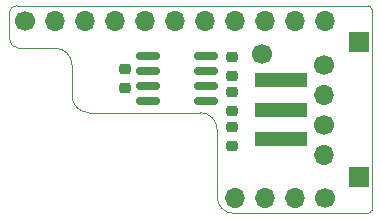
<source format=gts>
G04 #@! TF.GenerationSoftware,KiCad,Pcbnew,6.0.0-d3dd2cf0fa~116~ubuntu20.04.1*
G04 #@! TF.CreationDate,2022-01-19T00:38:57+01:00*
G04 #@! TF.ProjectId,OtterPill-CAN,4f747465-7250-4696-9c6c-2d43414e2e6b,rev?*
G04 #@! TF.SameCoordinates,Original*
G04 #@! TF.FileFunction,Soldermask,Top*
G04 #@! TF.FilePolarity,Negative*
%FSLAX46Y46*%
G04 Gerber Fmt 4.6, Leading zero omitted, Abs format (unit mm)*
G04 Created by KiCad (PCBNEW 6.0.0-d3dd2cf0fa~116~ubuntu20.04.1) date 2022-01-19 00:38:57*
%MOMM*%
%LPD*%
G01*
G04 APERTURE LIST*
G04 Aperture macros list*
%AMRoundRect*
0 Rectangle with rounded corners*
0 $1 Rounding radius*
0 $2 $3 $4 $5 $6 $7 $8 $9 X,Y pos of 4 corners*
0 Add a 4 corners polygon primitive as box body*
4,1,4,$2,$3,$4,$5,$6,$7,$8,$9,$2,$3,0*
0 Add four circle primitives for the rounded corners*
1,1,$1+$1,$2,$3*
1,1,$1+$1,$4,$5*
1,1,$1+$1,$6,$7*
1,1,$1+$1,$8,$9*
0 Add four rect primitives between the rounded corners*
20,1,$1+$1,$2,$3,$4,$5,0*
20,1,$1+$1,$4,$5,$6,$7,0*
20,1,$1+$1,$6,$7,$8,$9,0*
20,1,$1+$1,$8,$9,$2,$3,0*%
G04 Aperture macros list end*
G04 #@! TA.AperFunction,Profile*
%ADD10C,0.050000*%
G04 #@! TD*
%ADD11C,1.700000*%
%ADD12O,1.700000X1.700000*%
%ADD13R,4.500000X1.300000*%
%ADD14R,1.800000X1.800000*%
%ADD15RoundRect,0.218750X0.256250X-0.218750X0.256250X0.218750X-0.256250X0.218750X-0.256250X-0.218750X0*%
%ADD16RoundRect,0.218750X-0.256250X0.218750X-0.256250X-0.218750X0.256250X-0.218750X0.256250X0.218750X0*%
%ADD17RoundRect,0.150000X-0.825000X-0.150000X0.825000X-0.150000X0.825000X0.150000X-0.825000X0.150000X0*%
G04 APERTURE END LIST*
D10*
X62900000Y-37400000D02*
G75*
G03*
X63200000Y-37100000I0J300000D01*
G01*
X63200000Y-20100000D02*
G75*
G03*
X62900000Y-19800000I-300000J0D01*
G01*
X33140000Y-19800000D02*
G75*
G03*
X32530000Y-20410000I0J-610000D01*
G01*
X33320000Y-23405246D02*
X36404426Y-23405246D01*
X32530000Y-22615246D02*
G75*
G03*
X33320000Y-23405246I790000J0D01*
G01*
X37834459Y-24835279D02*
G75*
G03*
X36404426Y-23405246I-1430033J0D01*
G01*
X37834459Y-27430000D02*
X37834459Y-24835279D01*
X50115574Y-35969966D02*
G75*
G03*
X51545608Y-37400000I1430034J0D01*
G01*
X37834459Y-27430000D02*
G75*
G03*
X39264493Y-28860034I1430034J0D01*
G01*
X48685540Y-28860000D02*
X39264493Y-28860034D01*
X50115574Y-30290034D02*
G75*
G03*
X48685540Y-28860000I-1430034J0D01*
G01*
X50115574Y-35969966D02*
X50115574Y-30290034D01*
X32530000Y-20410000D02*
X32530000Y-22615246D01*
X62900000Y-19800000D02*
X33140000Y-19800000D01*
X63200000Y-20100000D02*
X63200000Y-37100000D01*
X51545608Y-37400000D02*
X62900000Y-37400000D01*
X62900000Y-37400000D02*
G75*
G03*
X63200000Y-37100000I0J300000D01*
G01*
X63200000Y-20100000D02*
G75*
G03*
X62900000Y-19800000I-300000J0D01*
G01*
X33140000Y-19800000D02*
G75*
G03*
X32530000Y-20410000I0J-610000D01*
G01*
X33320000Y-23405246D02*
X36404426Y-23405246D01*
X32530000Y-22615246D02*
G75*
G03*
X33320000Y-23405246I790000J0D01*
G01*
X37834459Y-24835279D02*
G75*
G03*
X36404426Y-23405246I-1430033J0D01*
G01*
X37834459Y-27430000D02*
X37834459Y-24835279D01*
X50115574Y-35969966D02*
G75*
G03*
X51545608Y-37400000I1430034J0D01*
G01*
X37834459Y-27430000D02*
G75*
G03*
X39264493Y-28860034I1430034J0D01*
G01*
X48685540Y-28860000D02*
X39264493Y-28860034D01*
X50115574Y-30290034D02*
G75*
G03*
X48685540Y-28860000I-1430034J0D01*
G01*
X50115574Y-35969966D02*
X50115574Y-30290034D01*
X32530000Y-20410000D02*
X32530000Y-22615246D01*
X62900000Y-19800000D02*
X33140000Y-19800000D01*
X63200000Y-20100000D02*
X63200000Y-37100000D01*
X51545608Y-37400000D02*
X62900000Y-37400000D01*
D11*
X53900000Y-23900000D03*
X59260000Y-36100000D03*
D12*
X56720000Y-36100000D03*
X54180000Y-36100000D03*
X51640000Y-36100000D03*
D11*
X33860000Y-21100000D03*
D12*
X36400000Y-21100000D03*
X38940000Y-21100000D03*
X41480000Y-21100000D03*
X44020000Y-21100000D03*
X46560000Y-21100000D03*
X49100000Y-21100000D03*
X51640000Y-21100000D03*
X54180000Y-21100000D03*
X56720000Y-21100000D03*
X59260000Y-21100000D03*
D13*
X55490000Y-31100000D03*
X55490000Y-28600000D03*
D14*
X62090000Y-34300000D03*
X62090000Y-22900000D03*
D13*
X55490000Y-26100000D03*
D15*
X42300000Y-25172499D03*
X42300000Y-26747501D03*
D16*
X51350000Y-30072500D03*
X51350000Y-31647500D03*
D12*
X59200000Y-32470000D03*
D11*
X59200000Y-29930000D03*
D12*
X59200000Y-27390000D03*
D11*
X59200000Y-24850000D03*
D17*
X44265000Y-24035000D03*
X44265000Y-25305000D03*
X44265000Y-26575000D03*
X44265000Y-27845000D03*
X49215000Y-27845000D03*
X49215000Y-26575000D03*
X49215000Y-25305000D03*
X49215000Y-24035000D03*
D16*
X51350000Y-28687500D03*
X51350000Y-27112500D03*
X51350000Y-24155000D03*
X51350000Y-25730000D03*
M02*

</source>
